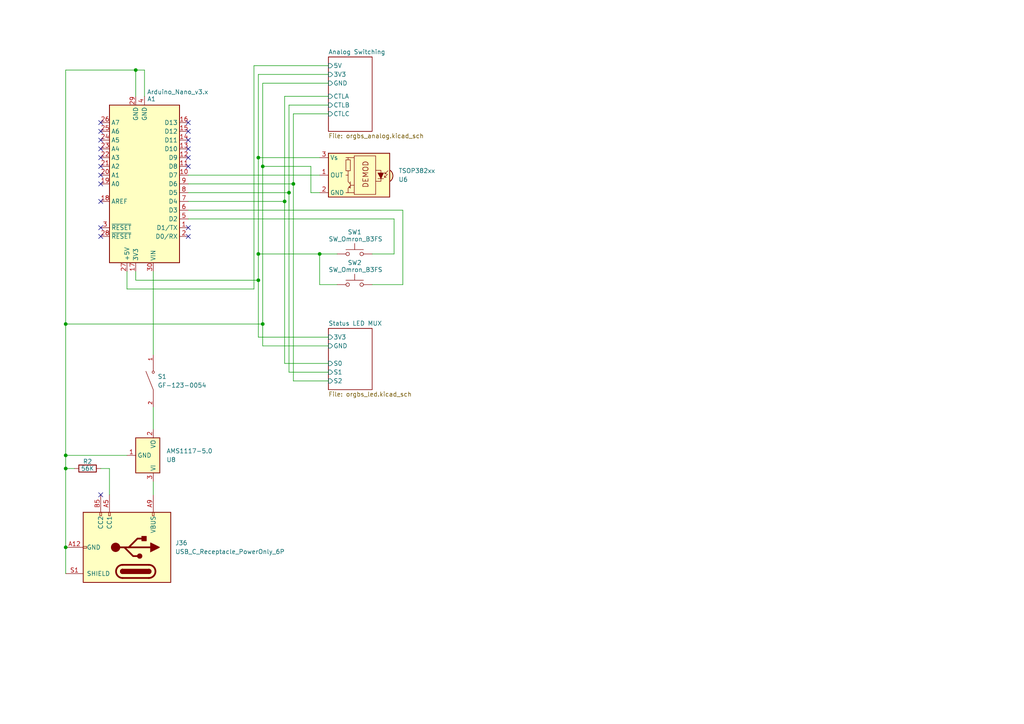
<source format=kicad_sch>
(kicad_sch (version 20250114) (generator "eeschema") (generator_version "9.0")
  (paper "A4")
  (title_block (title "OCS6 - Root Board Schematic") (rev "1.0") (company "Garrett Dickinson"))
  (lib_symbols
    (symbol "Connector:USB_C_Receptacle_PowerOnly_6P" (pin_names (offset 1.016))
      (property "Reference" "J" (at 0 16.51 0))
      (property "Value" "USB_C_Receptacle_PowerOnly_6P" (at 0 13.97 0))
      (symbol "USB_C_Receptacle_PowerOnly_6P_0_0"
        (rectangle (start -0.254 -12.7) (end 0.254 -11.684))
        (rectangle (start 10.16 7.874) (end 9.144 7.366))
        (rectangle (start 10.16 -4.826) (end 9.144 -5.334))
        (rectangle (start 10.16 -7.366) (end 9.144 -7.874))
      )
      (symbol "USB_C_Receptacle_PowerOnly_6P_0_1"
        (rectangle (start -10.16 12.7) (end 10.16 -12.7) (stroke (width 0.254)) (fill (type background)))
        (polyline (pts (xy -8.89 -1.27) (xy -8.89 6.35)) (stroke (width 0.508)))
        (rectangle (start -7.62 -1.27) (end -6.35 6.35) (stroke (width 0.254)) (fill (type outline)))
        (arc (start -7.62 6.35) (mid -6.985 6.9823) (end -6.35 6.35) (stroke (width 0.254)))
        (arc (start -7.62 6.35) (mid -6.985 6.9823) (end -6.35 6.35) (stroke (width 0.254)) (fill (type outline)))
        (arc (start -8.89 6.35) (mid -6.985 8.2467) (end -5.08 6.35) (stroke (width 0.508)))
        (arc (start -5.08 -1.27) (mid -6.985 -3.1667) (end -8.89 -1.27) (stroke (width 0.508)))
        (arc (start -6.35 -1.27) (mid -6.985 -1.9023) (end -7.62 -1.27) (stroke (width 0.254)))
        (arc (start -6.35 -1.27) (mid -6.985 -1.9023) (end -7.62 -1.27) (stroke (width 0.254)) (fill (type outline)))
        (polyline (pts (xy -5.08 6.35) (xy -5.08 -1.27)) (stroke (width 0.508)))
        (circle (center -2.54 3.683) (radius 0.635) (stroke (width 0.254)) (fill (type outline)))
        (polyline (pts (xy -1.27 6.858) (xy 0 9.398) (xy 1.27 6.858) (xy -1.27 6.858)) (stroke (width 0.254)) (fill (type outline)))
        (polyline (pts (xy 0 0.508) (xy 2.54 3.048) (xy 2.54 4.318)) (stroke (width 0.508)))
        (polyline (pts (xy 0 -0.762) (xy -2.54 1.778) (xy -2.54 3.048)) (stroke (width 0.508)))
        (polyline (pts (xy 0 -3.302) (xy 0 6.858)) (stroke (width 0.508)))
        (circle (center 0 -3.302) (radius 1.27) (fill (type outline)))
        (rectangle (start 1.905 4.318) (end 3.175 5.588) (stroke (width 0.254)) (fill (type outline)))
      )
      (symbol "USB_C_Receptacle_PowerOnly_6P_1_1"
        (pin passive line (at -7.62 -17.78 90) (length 5.08) (name "SHIELD") (number "S1"))
        (pin passive line (at 0 -17.78 90) (length 5.08) (name "GND") (number "A12"))
        (pin passive line (at 0 -17.78 90) (length 5.08) (hide yes) (name "GND") (number "B12"))
        (pin passive line (at 15.24 7.62 180) (length 5.08) (name "VBUS") (number "A9"))
        (pin passive line (at 15.24 7.62 180) (length 5.08) (hide yes) (name "VBUS") (number "B9"))
        (pin bidirectional line (at 15.24 -5.08 180) (length 5.08) (name "CC1") (number "A5"))
        (pin bidirectional line (at 15.24 -7.62 180) (length 5.08) (name "CC2") (number "B5"))
      )
    )
    (symbol "Device:R" (pin_numbers (hide yes)) (pin_names (offset 0))
      (property "Reference" "R" (at 2.032 0 90))
      (property "Value" "R" (at 0 0 90))
      (symbol "R_0_1"
        (rectangle (start -1.016 -2.54) (end 1.016 2.54) (stroke (width 0.254)))
      )
      (symbol "R_1_1"
        (pin passive line (at 0 3.81 270) (length 1.27) (name "~") (number "1"))
        (pin passive line (at 0 -3.81 90) (length 1.27) (name "~") (number "2"))
      )
    )
    (symbol "GF_123_0054:GF-123-0054" (pin_names (offset 1.016))
      (property "Reference" "S" (at -2.54 2.54 0))
      (property "Value" "GF-123-0054" (at -2.54 -2.54 0))
      (symbol "GF-123-0054_0_0"
        (polyline (pts (xy -2.54 0) (xy -5.08 0)) (stroke (width 0.1524)))
        (polyline (pts (xy -2.54 0) (xy 2.794 2.1336)) (stroke (width 0.1524)))
        (circle (center 2.54 0) (radius 0.3302) (stroke (width 0.1524)))
        (polyline (pts (xy 5.08 0) (xy 2.921 0)) (stroke (width 0.1524)))
        (pin passive line (at -7.62 0 0) (length 2.54) (name "~") (number "2"))
        (pin passive line (at 7.62 0 180) (length 2.54) (name "~") (number "1"))
      )
    )
    (symbol "Interface_Optical:TSOP382xx"
      (property "Reference" "U" (at -10.16 7.62 0))
      (property "Value" "TSOP382xx" (at -10.16 -7.62 0))
      (symbol "TSOP382xx_0_0"
        (arc (start -10.287 -1.778) (mid -11.0899 -0.1905) (end -10.287 1.397) (stroke (width 0.254)) (fill (type background)))
        (polyline (pts (xy 1.905 5.08) (xy 0.127 5.08)))
        (polyline (pts (xy 1.905 -5.08) (xy 0.127 -5.08)))
        (text "DEMOD" (at -3.175 0.254 900) (effects (font (size 1.524 1.524))))
      )
      (symbol "TSOP382xx_0_1"
        (polyline (pts (xy -8.763 0.381) (xy -9.652 1.27)))
        (polyline (pts (xy -8.763 0.381) (xy -9.271 0.381)))
        (polyline (pts (xy -8.763 0.381) (xy -8.763 0.889)))
        (polyline (pts (xy -8.636 -0.635) (xy -9.525 0.254)))
        (polyline (pts (xy -8.636 -0.635) (xy -9.144 -0.635)))
        (polyline (pts (xy -8.636 -0.635) (xy -8.636 -0.127)))
        (polyline (pts (xy -8.382 0.635) (xy -6.731 0.635) (xy -7.62 -1.016) (xy -8.382 0.635)) (fill (type outline)))
        (polyline (pts (xy -8.382 -1.016) (xy -6.731 -1.016)))
        (rectangle (start -6.096 5.588) (end 0.127 -5.588))
        (polyline (pts (xy -6.096 1.397) (xy -7.62 1.397) (xy -7.62 -1.778) (xy -6.096 -1.778)))
        (polyline (pts (xy 1.27 -1.905) (xy 1.27 -3.81)))
        (polyline (pts (xy 1.27 -2.54) (xy 1.905 -1.905) (xy 1.905 0) (xy 2.54 0)))
        (polyline (pts (xy 1.27 -2.921) (xy 0.127 -2.921)))
        (polyline (pts (xy 1.27 -3.175) (xy 1.905 -3.81) (xy 1.905 -5.08) (xy 2.54 -5.08)))
        (polyline (pts (xy 1.397 -3.556) (xy 1.524 -3.556)))
        (polyline (pts (xy 1.651 -3.556) (xy 1.524 -3.556)))
        (polyline (pts (xy 1.651 -3.556) (xy 1.651 -3.302)))
        (polyline (pts (xy 1.905 4.445) (xy 1.905 5.08) (xy 2.54 5.08)))
        (polyline (pts (xy 1.905 0) (xy 1.905 1.27)))
        (rectangle (start 2.54 1.27) (end 1.27 4.445))
        (rectangle (start 7.62 6.35) (end -10.16 -6.35) (stroke (width 0.254)) (fill (type background)))
      )
      (symbol "TSOP382xx_1_1"
        (pin power_in line (at 10.16 5.08 180) (length 2.54) (name "Vs") (number "3"))
        (pin output line (at 10.16 0 180) (length 2.54) (name "OUT") (number "1"))
        (pin power_in line (at 10.16 -5.08 180) (length 2.54) (name "GND") (number "2"))
      )
    )
    (symbol "MCU_Module:Arduino_Nano_v3.x"
      (property "Reference" "A" (at -10.16 23.495 0))
      (property "Value" "Arduino_Nano_v3.x" (at 5.08 -24.13 0))
      (symbol "Arduino_Nano_v3.x_0_1"
        (rectangle (start -10.16 22.86) (end 10.16 -22.86) (stroke (width 0.254)) (fill (type background)))
      )
      (symbol "Arduino_Nano_v3.x_1_1"
        (pin bidirectional line (at -12.7 15.24 0) (length 2.54) (name "D0/RX") (number "2"))
        (pin bidirectional line (at -12.7 12.7 0) (length 2.54) (name "D1/TX") (number "1"))
        (pin bidirectional line (at -12.7 10.16 0) (length 2.54) (name "D2") (number "5"))
        (pin bidirectional line (at -12.7 7.62 0) (length 2.54) (name "D3") (number "6"))
        (pin bidirectional line (at -12.7 5.08 0) (length 2.54) (name "D4") (number "7"))
        (pin bidirectional line (at -12.7 2.54 0) (length 2.54) (name "D5") (number "8"))
        (pin bidirectional line (at -12.7 0 0) (length 2.54) (name "D6") (number "9"))
        (pin bidirectional line (at -12.7 -2.54 0) (length 2.54) (name "D7") (number "10"))
        (pin bidirectional line (at -12.7 -5.08 0) (length 2.54) (name "D8") (number "11"))
        (pin bidirectional line (at -12.7 -7.62 0) (length 2.54) (name "D9") (number "12"))
        (pin bidirectional line (at -12.7 -10.16 0) (length 2.54) (name "D10") (number "13"))
        (pin bidirectional line (at -12.7 -12.7 0) (length 2.54) (name "D11") (number "14"))
        (pin bidirectional line (at -12.7 -15.24 0) (length 2.54) (name "D12") (number "15"))
        (pin bidirectional line (at -12.7 -17.78 0) (length 2.54) (name "D13") (number "16"))
        (pin power_in line (at -2.54 25.4 270) (length 2.54) (name "VIN") (number "30"))
        (pin power_in line (at 0 -25.4 90) (length 2.54) (name "GND") (number "4"))
        (pin power_out line (at 2.54 25.4 270) (length 2.54) (name "3V3") (number "17"))
        (pin power_in line (at 2.54 -25.4 90) (length 2.54) (name "GND") (number "29"))
        (pin power_out line (at 5.08 25.4 270) (length 2.54) (name "+5V") (number "27"))
        (pin input line (at 12.7 15.24 180) (length 2.54) (name "~{RESET}") (number "28"))
        (pin input line (at 12.7 12.7 180) (length 2.54) (name "~{RESET}") (number "3"))
        (pin input line (at 12.7 5.08 180) (length 2.54) (name "AREF") (number "18"))
        (pin bidirectional line (at 12.7 0 180) (length 2.54) (name "A0") (number "19"))
        (pin bidirectional line (at 12.7 -2.54 180) (length 2.54) (name "A1") (number "20"))
        (pin bidirectional line (at 12.7 -5.08 180) (length 2.54) (name "A2") (number "21"))
        (pin bidirectional line (at 12.7 -7.62 180) (length 2.54) (name "A3") (number "22"))
        (pin bidirectional line (at 12.7 -10.16 180) (length 2.54) (name "A4") (number "23"))
        (pin bidirectional line (at 12.7 -12.7 180) (length 2.54) (name "A5") (number "24"))
        (pin bidirectional line (at 12.7 -15.24 180) (length 2.54) (name "A6") (number "25"))
        (pin bidirectional line (at 12.7 -17.78 180) (length 2.54) (name "A7") (number "26"))
      )
    )
    (symbol "Regulator_Linear:AMS1117-5.0"
      (property "Reference" "U" (at -3.81 3.175 0))
      (property "Value" "AMS1117-5.0" (at 0 3.175 0))
      (symbol "AMS1117-5.0_0_1"
        (rectangle (start -5.08 -5.08) (end 5.08 1.905) (stroke (width 0.254)) (fill (type background)))
      )
      (symbol "AMS1117-5.0_1_1"
        (pin power_in line (at -7.62 0 0) (length 2.54) (name "VI") (number "3"))
        (pin power_in line (at 0 -7.62 90) (length 2.54) (name "GND") (number "1"))
        (pin power_out line (at 7.62 0 180) (length 2.54) (name "VO") (number "2"))
      )
    )
    (symbol "Switch:SW_Omron_B3FS" (pin_numbers (hide yes)) (pin_names (offset 1.016) (hide yes))
      (property "Reference" "SW" (at 1.27 2.54 0))
      (property "Value" "SW_Omron_B3FS" (at 0 -1.524 0))
      (symbol "SW_Omron_B3FS_0_1"
        (circle (center -2.032 0) (radius 0.508))
        (polyline (pts (xy 0 1.27) (xy 0 3.048)))
        (circle (center 2.032 0) (radius 0.508))
        (polyline (pts (xy 2.54 1.27) (xy -2.54 1.27)))
        (pin passive line (at -5.08 0 0) (length 2.54) (name "1") (number "1"))
        (pin passive line (at 5.08 0 180) (length 2.54) (name "2") (number "2"))
      )
    )
  )
  (junction (at 82.55 58.42))
  (junction (at 83.82 55.88))
  (junction (at 19.05 158.75))
  (junction (at 76.2 93.98))
  (junction (at 92.71 73.66))
  (junction (at 19.05 93.98))
  (junction (at 74.93 45.72))
  (junction (at 19.05 135.89))
  (junction (at 74.93 81.28))
  (junction (at 39.37 20.32))
  (junction (at 76.2 48.26))
  (junction (at 19.05 132.08))
  (junction (at 85.09 53.34))
  (junction (at 74.93 73.66))
  (no_connect (at 29.21 50.8))
  (no_connect (at 29.21 66.04))
  (no_connect (at 29.21 68.58))
  (no_connect (at 29.21 40.64))
  (no_connect (at 29.21 35.56))
  (no_connect (at 54.61 66.04))
  (no_connect (at 54.61 40.64))
  (no_connect (at 54.61 45.72))
  (no_connect (at 29.21 58.42))
  (no_connect (at 29.21 45.72))
  (no_connect (at 54.61 35.56))
  (no_connect (at 54.61 43.18))
  (no_connect (at 54.61 38.1))
  (no_connect (at 29.21 38.1))
  (no_connect (at 29.21 48.26))
  (no_connect (at 29.21 143.51))
  (no_connect (at 54.61 68.58))
  (no_connect (at 29.21 53.34))
  (no_connect (at 29.21 43.18))
  (no_connect (at 54.61 48.26))
  (wire (pts (xy 74.93 73.66) (xy 92.71 73.66)))
  (wire (pts (xy 31.75 135.89) (xy 31.75 143.51)))
  (wire (pts (xy 90.17 55.88) (xy 90.17 48.26)))
  (wire (pts (xy 76.2 24.13) (xy 95.25 24.13)))
  (wire (pts (xy 36.83 83.82) (xy 36.83 78.74)))
  (wire (pts (xy 76.2 24.13) (xy 76.2 48.26)))
  (wire (pts (xy 73.66 19.05) (xy 73.66 83.82)))
  (wire (pts (xy 90.17 48.26) (xy 76.2 48.26)))
  (wire (pts (xy 39.37 81.28) (xy 74.93 81.28)))
  (wire (pts (xy 107.95 82.55) (xy 116.84 82.55)))
  (wire (pts (xy 83.82 55.88) (xy 83.82 30.48)))
  (wire (pts (xy 54.61 55.88) (xy 83.82 55.88)))
  (wire (pts (xy 116.84 82.55) (xy 116.84 60.96)))
  (wire (pts (xy 39.37 20.32) (xy 41.91 20.32)))
  (wire (pts (xy 85.09 33.02) (xy 95.25 33.02)))
  (wire (pts (xy 92.71 73.66) (xy 92.71 82.55)))
  (wire (pts (xy 19.05 93.98) (xy 76.2 93.98)))
  (wire (pts (xy 82.55 27.94) (xy 95.25 27.94)))
  (wire (pts (xy 44.45 139.7) (xy 44.45 143.51)))
  (wire (pts (xy 92.71 73.66) (xy 97.79 73.66)))
  (wire (pts (xy 74.93 45.72) (xy 92.71 45.72)))
  (wire (pts (xy 82.55 58.42) (xy 82.55 27.94)))
  (wire (pts (xy 39.37 78.74) (xy 39.37 81.28)))
  (wire (pts (xy 114.3 73.66) (xy 114.3 63.5)))
  (wire (pts (xy 83.82 55.88) (xy 83.82 107.95)))
  (wire (pts (xy 76.2 48.26) (xy 76.2 93.98)))
  (wire (pts (xy 74.93 21.59) (xy 74.93 45.72)))
  (wire (pts (xy 41.91 20.32) (xy 41.91 27.94)))
  (wire (pts (xy 92.71 82.55) (xy 97.79 82.55)))
  (wire (pts (xy 85.09 110.49) (xy 95.25 110.49)))
  (wire (pts (xy 76.2 93.98) (xy 76.2 100.33)))
  (wire (pts (xy 39.37 20.32) (xy 39.37 27.94)))
  (wire (pts (xy 74.93 97.79) (xy 95.25 97.79)))
  (wire (pts (xy 73.66 19.05) (xy 95.25 19.05)))
  (wire (pts (xy 54.61 58.42) (xy 82.55 58.42)))
  (wire (pts (xy 73.66 83.82) (xy 36.83 83.82)))
  (wire (pts (xy 83.82 107.95) (xy 95.25 107.95)))
  (wire (pts (xy 82.55 58.42) (xy 82.55 105.41)))
  (wire (pts (xy 19.05 20.32) (xy 39.37 20.32)))
  (wire (pts (xy 19.05 135.89) (xy 19.05 158.75)))
  (wire (pts (xy 54.61 53.34) (xy 85.09 53.34)))
  (wire (pts (xy 114.3 63.5) (xy 54.61 63.5)))
  (wire (pts (xy 82.55 105.41) (xy 95.25 105.41)))
  (wire (pts (xy 19.05 93.98) (xy 19.05 132.08)))
  (wire (pts (xy 107.95 73.66) (xy 114.3 73.66)))
  (wire (pts (xy 74.93 81.28) (xy 74.93 97.79)))
  (wire (pts (xy 44.45 118.11) (xy 44.45 124.46)))
  (wire (pts (xy 92.71 55.88) (xy 90.17 55.88)))
  (wire (pts (xy 85.09 53.34) (xy 85.09 33.02)))
  (wire (pts (xy 19.05 132.08) (xy 19.05 135.89)))
  (wire (pts (xy 74.93 21.59) (xy 95.25 21.59)))
  (wire (pts (xy 74.93 45.72) (xy 74.93 73.66)))
  (wire (pts (xy 85.09 53.34) (xy 85.09 110.49)))
  (wire (pts (xy 76.2 100.33) (xy 95.25 100.33)))
  (wire (pts (xy 74.93 73.66) (xy 74.93 81.28)))
  (wire (pts (xy 19.05 20.32) (xy 19.05 93.98)))
  (wire (pts (xy 54.61 50.8) (xy 92.71 50.8)))
  (wire (pts (xy 116.84 60.96) (xy 54.61 60.96)))
  (wire (pts (xy 19.05 158.75) (xy 19.05 166.37)))
  (wire (pts (xy 19.05 132.08) (xy 36.83 132.08)))
  (wire (pts (xy 83.82 30.48) (xy 95.25 30.48)))
  (wire (pts (xy 44.45 78.74) (xy 44.45 102.87)))
  (wire (pts (xy 29.21 135.89) (xy 31.75 135.89)))
  (wire (pts (xy 19.05 135.89) (xy 21.59 135.89)))
  (symbol (lib_id "Device:R") (at 25.4 135.89 90) (unit 1)
    (property "Reference" "R2" (at 25.4 133.858 90))
    (property "Value" "56K" (at 25.4 135.89 90))
    (property "Footprint" "Resistor_SMD:R_0603_1608Metric" (effects (hide yes)))
    (property "Description" "Resistor" (effects (hide yes)))
  )
  (symbol (lib_id "MCU_Module:Arduino_Nano_v3.x") (at 41.91 53.34 180) (unit 1)
    (property "Reference" "A1" (at 45.212 28.702 0) (effects (justify left)))
    (property "Value" "Arduino_Nano_v3.x" (at 60.452 26.67 0) (effects (justify left)))
    (property "Footprint" "Module:Arduino_Nano" (effects (hide yes)))
    (property "Datasheet" "http://www.mouser.com/pdfdocs/Gravitech_Arduino_Nano3_0.pdf" (effects (hide yes)))
    (property "Description" "Arduino Nano v3.x" (effects (hide yes)))
  )
  (symbol (lib_id "Switch:SW_Omron_B3FS") (at 102.87 82.55 0) (unit 1)
    (property "Reference" "SW2" (at 102.87 76.2 0))
    (property "Value" "SW_Omron_B3FS" (at 103.124 78.232 0))
    (property "Footprint" "Button_Switch_SMD:SW_SPST_Omron_B3FS-100xP" (effects (hide yes)))
    (property "Datasheet" "https://omronfs.omron.com/en_US/ecb/products/pdf/en-b3fs.pdf" (effects (hide yes)))
    (property "Description" "Omron B3FS 6x6mm single pole normally-open tactile switch" (effects (hide yes)))
  )
  (symbol (lib_id "Connector:USB_C_Receptacle_PowerOnly_6P") (at 36.83 158.75 270) (mirror x) (unit 1)
    (property "Reference" "J36" (at 50.8 157.4799 90) (effects (justify left)))
    (property "Value" "USB_C_Receptacle_PowerOnly_6P" (at 50.8 160.0199 90) (effects (justify left)))
    (property "Footprint" "Connector_USB:USB_C_Receptacle_GCT_USB4135-GF-A_6P_TopMnt_Horizontal" (effects (hide yes)))
    (property "Datasheet" "https://www.usb.org/sites/default/files/documents/usb_type-c.zip" (effects (hide yes)))
    (property "Description" "USB Power-Only 6P Type-C Receptacle connector" (effects (hide yes)))
  )
  (symbol (lib_id "Regulator_Linear:AMS1117-5.0") (at 44.45 132.08 270) (mirror x) (unit 1)
    (property "Reference" "U8" (at 48.26 133.3501 90) (effects (justify left)))
    (property "Value" "AMS1117-5.0" (at 48.26 130.8101 90) (effects (justify left)))
    (property "Footprint" "Package_TO_SOT_SMD:SOT-223-3_TabPin2" (effects (hide yes)))
    (property "Datasheet" "http://www.advanced-monolithic.com/pdf/ds1117.pdf" (effects (hide yes)))
    (property "Description" "1A Low Dropout regulator, positive, 5.0V fixed output, SOT-223" (effects (hide yes)))
  )
  (symbol (lib_id "Interface_Optical:TSOP382xx") (at 102.87 50.8 0) (mirror y) (unit 1)
    (property "Reference" "U6" (at 115.57 52.0701 0) (effects (justify right)))
    (property "Value" "TSOP382xx" (at 115.57 49.5301 0) (effects (justify right)))
    (property "Footprint" "OptoDevice:Vishay_MINICAST-3Pin" (effects (hide yes)))
    (property "Datasheet" "http://www.vishay.com/docs/82491/tsop382.pdf" (effects (hide yes)))
    (property "Description" "Photo Modules for PCM Remote Control Systems" (effects (hide yes)))
  )
  (symbol (lib_id "Switch:SW_Omron_B3FS") (at 102.87 73.66 0) (unit 1)
    (property "Reference" "SW1" (at 102.87 67.31 0))
    (property "Value" "SW_Omron_B3FS" (at 103.124 69.342 0))
    (property "Footprint" "Button_Switch_SMD:SW_SPST_Omron_B3FS-100xP" (effects (hide yes)))
    (property "Datasheet" "https://omronfs.omron.com/en_US/ecb/products/pdf/en-b3fs.pdf" (effects (hide yes)))
    (property "Description" "Omron B3FS 6x6mm single pole normally-open tactile switch" (effects (hide yes)))
  )
  (symbol (lib_id "GF_123_0054:GF-123-0054") (at 44.45 110.49 90) (unit 1)
    (property "Reference" "S1" (at 45.72 109.2199 90) (effects (justify right)))
    (property "Value" "GF-123-0054" (at 45.72 111.7599 90) (effects (justify right)))
    (property "Footprint" "GF_123_0054:SW_GF-123-0054" (effects (hide yes)))
    (property "PARTREV" "May 20, 2003" (effects (hide yes)))
    (property "MANUFACTURER" "CW Industries" (effects (hide yes)))
    (property "MAXIMUM_PACKAGE_HIEGHT" "14.96 mm" (effects (hide yes)))
    (property "STANDARD" "Manufacturer Recommendations" (effects (hide yes)))
  )
  (sheet (at 95.25 95.25) (size 12.7 17.78) (stroke (width 0.1524))
    (property "Sheetname" "Status LED MUX" (at 95.25 94.5384 0) (effects (justify left bottom)))
    (property "Sheetfile" "orgbs_led.kicad_sch" (at 95.25 113.6146 0) (effects (justify left top)))
    (pin "3V3" input (at 95.25 97.79 180))
    (pin "GND" input (at 95.25 100.33 180))
    (pin "S0" input (at 95.25 105.41 180))
    (pin "S1" input (at 95.25 107.95 180))
    (pin "S2" input (at 95.25 110.49 180))
  )
  (sheet (at 95.25 16.51) (size 12.7 21.59) (stroke (width 0.1524))
    (property "Sheetname" "Analog Switching" (at 95.25 15.7984 0) (effects (justify left bottom)))
    (property "Sheetfile" "orgbs_analog.kicad_sch" (at 95.25 38.6846 0) (effects (justify left top)))
    (pin "3V3" input (at 95.25 21.59 180))
    (pin "CTLA" input (at 95.25 27.94 180))
    (pin "CTLB" input (at 95.25 30.48 180))
    (pin "CTLC" input (at 95.25 33.02 180))
    (pin "GND" input (at 95.25 24.13 180))
    (pin "5V" input (at 95.25 19.05 180))
  )
)
</source>
